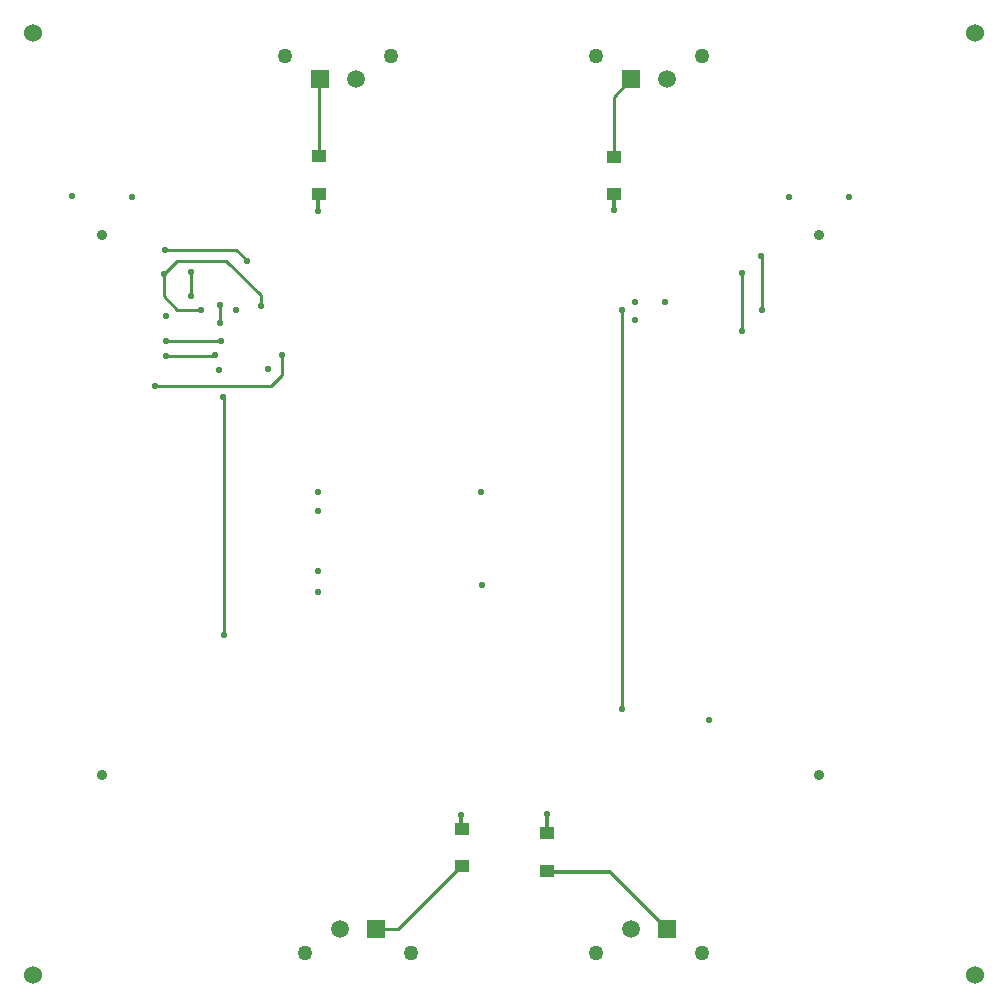
<source format=gtl>
G04*
G04 #@! TF.GenerationSoftware,Altium Limited,Altium Designer,24.9.1 (31)*
G04*
G04 Layer_Physical_Order=1*
G04 Layer_Color=255*
%FSLAX25Y25*%
%MOIN*%
G70*
G04*
G04 #@! TF.SameCoordinates,7D32762B-F1F2-48CB-859E-5018DBA3761A*
G04*
G04*
G04 #@! TF.FilePolarity,Positive*
G04*
G01*
G75*
%ADD12C,0.01000*%
%ADD13R,0.04803X0.04409*%
%ADD14C,0.03504*%
%ADD15R,0.05984X0.05984*%
%ADD16C,0.05984*%
%ADD17C,0.05000*%
%ADD19C,0.02300*%
%ADD20C,0.01200*%
%ADD21C,0.01500*%
%ADD22C,0.06000*%
D12*
X63611Y246286D02*
X68141Y241755D01*
X115164Y280105D02*
X115360Y280302D01*
X83400Y212500D02*
X83500Y212400D01*
Y133445D02*
X83600Y133345D01*
X83500Y133445D02*
Y212400D01*
X68141Y241755D02*
X76045D01*
X63611Y246286D02*
Y253731D01*
X64381Y226200D02*
X64574Y226392D01*
X80554D01*
X80747Y226585D01*
X64381Y231432D02*
X82684D01*
X72502Y246375D02*
Y254450D01*
X63611Y253731D02*
X68000Y258120D01*
X84380D01*
X60737Y216215D02*
X99215D01*
X102885Y219885D01*
Y226637D01*
X84380Y258120D02*
X95965Y246535D01*
X87800Y261800D02*
X91320Y258280D01*
X95965Y243120D02*
Y246535D01*
X82380Y237459D02*
Y243120D01*
Y237459D02*
X82460Y237380D01*
X82300Y243200D02*
X82380Y243120D01*
X216400Y241500D02*
X216400Y241500D01*
X216400Y236452D02*
Y241500D01*
Y236452D02*
X216400Y108500D01*
X213700Y312800D02*
X219400Y318500D01*
X213700Y292799D02*
Y312800D01*
X141802Y35200D02*
X162803Y56201D01*
X134200Y35200D02*
X141802D01*
X162803Y56201D02*
X163000D01*
X191200Y67699D02*
X191300Y67599D01*
X256307Y234685D02*
Y254133D01*
X262850Y241850D02*
Y259550D01*
Y241850D02*
X262900Y241800D01*
X262800Y259600D02*
X262850Y259550D01*
X115360Y294425D02*
Y318500D01*
X91320Y258120D02*
Y258280D01*
X63996Y261800D02*
X87800D01*
X191300Y54801D02*
X191901Y54200D01*
D13*
X163000Y68799D02*
D03*
Y56201D02*
D03*
X213700Y292799D02*
D03*
Y280201D02*
D03*
X115360Y280302D02*
D03*
Y292900D02*
D03*
X191300Y67399D02*
D03*
Y54801D02*
D03*
D14*
X43000Y266800D02*
D03*
Y86800D02*
D03*
X282000D02*
D03*
Y266800D02*
D03*
D15*
X219400Y318500D02*
D03*
X134200Y35200D02*
D03*
X115689Y318500D02*
D03*
X231200Y35200D02*
D03*
D16*
X231211Y318500D02*
D03*
X122389Y35200D02*
D03*
X127500Y318500D02*
D03*
X219389Y35200D02*
D03*
D17*
X207589Y326217D02*
D03*
X243022D02*
D03*
X110578Y27483D02*
D03*
X146011D02*
D03*
X139311Y326217D02*
D03*
X103878D02*
D03*
X207578Y27483D02*
D03*
X243011D02*
D03*
D19*
X115164Y274700D02*
D03*
X81862Y221800D02*
D03*
X91320Y258120D02*
D03*
X98385Y222153D02*
D03*
X82300Y243200D02*
D03*
X83400Y212500D02*
D03*
X76045Y241755D02*
D03*
X63996Y261800D02*
D03*
X82460Y237380D02*
D03*
X87800Y241755D02*
D03*
X95965Y243120D02*
D03*
X64381Y226200D02*
D03*
X102885Y226637D02*
D03*
X80747Y226585D02*
D03*
X82684Y231432D02*
D03*
X64381Y239529D02*
D03*
X72502Y246375D02*
D03*
X63611Y253731D02*
D03*
X64381Y231432D02*
D03*
X60737Y216215D02*
D03*
X72502Y254450D02*
D03*
X115100Y174498D02*
D03*
X169400Y180834D02*
D03*
X169500Y150125D02*
D03*
X216400Y241500D02*
D03*
X162800Y73385D02*
D03*
X213700Y275000D02*
D03*
X115100Y147566D02*
D03*
Y154702D02*
D03*
Y180834D02*
D03*
X220736Y238322D02*
D03*
X245300Y105000D02*
D03*
X230686Y244439D02*
D03*
X220736D02*
D03*
X33059Y279500D02*
D03*
X52952Y279436D02*
D03*
X191200Y73500D02*
D03*
X291941Y279300D02*
D03*
X272059D02*
D03*
X83600Y133345D02*
D03*
X216400Y108500D02*
D03*
X256307Y254133D02*
D03*
Y234685D02*
D03*
X262900Y241800D02*
D03*
X262800Y259600D02*
D03*
D20*
X115164Y274700D02*
Y280105D01*
X162800Y67399D02*
Y73385D01*
X213700Y275000D02*
Y280201D01*
X191200Y67699D02*
Y73500D01*
X212200Y54200D02*
X231200Y35200D01*
X191901Y54200D02*
X212200D01*
D21*
X115164Y292900D02*
X115360D01*
D22*
X20000Y20000D02*
D03*
X334000D02*
D03*
Y334000D02*
D03*
X20000D02*
D03*
M02*

</source>
